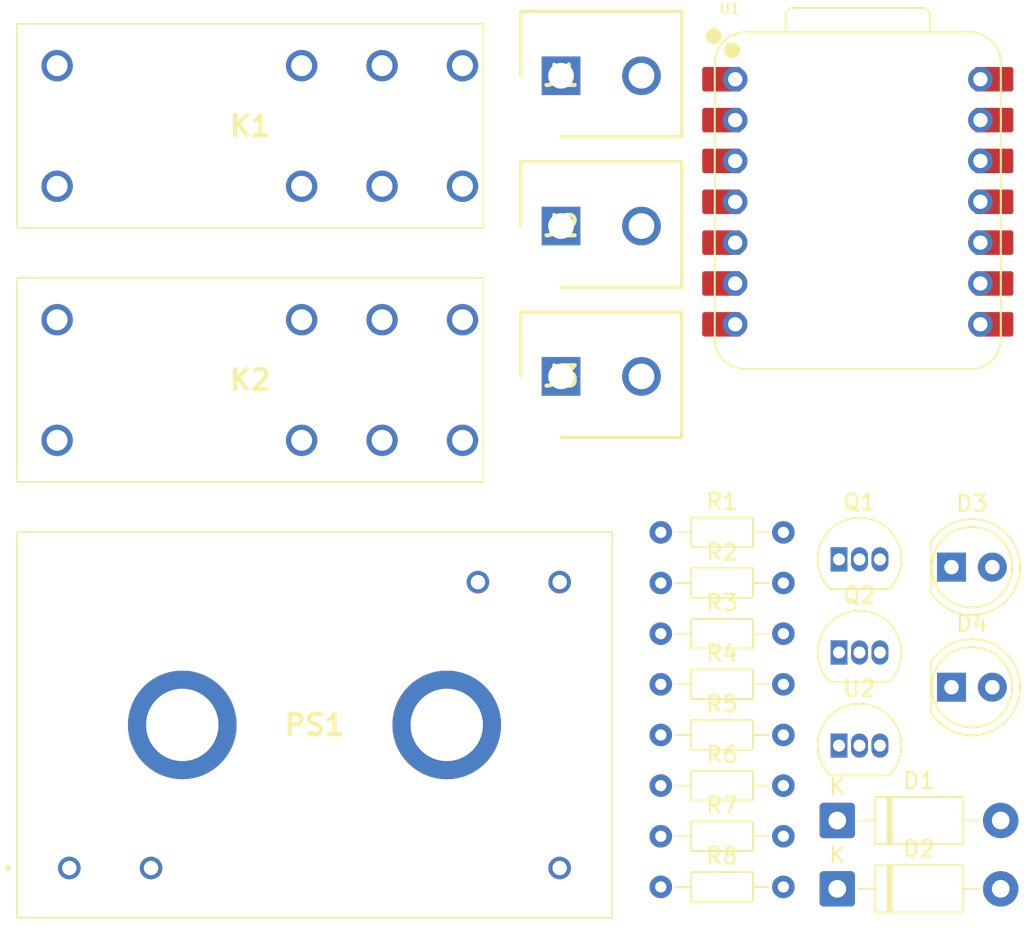
<source format=kicad_pcb>
(kicad_pcb (version 20241229) (generator "pcbnew") (generator_version "9.0")
  (layers (0 "F.Cu" signal) (2 "B.Cu" signal) (13 "F.Paste" user) (15 "B.Paste" user) (5 "F.SilkS" user "F.Silkscreen") (7 "B.SilkS" user "B.Silkscreen") (1 "F.Mask" user) (3 "B.Mask" user) (25 "Edge.Cuts" user))
  (net 0 "")
  (net 1 "Net-(D1-A)")
  (net 2 "+5V")
  (net 3 "Net-(D2-A)")
  (net 4 "Net-(D3-K)")
  (net 5 "+3V3")
  (net 6 "Net-(D4-K)")
  (net 7 "230VAC_N")
  (net 8 "230VAC_L")
  (net 26 "GND")
  (net 27 "Net-(Q1-B)")
  (net 28 "Net-(Q1-C)")
  (net 29 "Net-(Q2-B)")
  (net 30 "Net-(Q2-C)")
  (net 31 "RELAY_A_CTRL")
  (net 32 "RELAY_B_CTRL")
  (net 33 "LED_A")
  (net 34 "LED_B")
  (net 39 "TEMP_SENSOR_DATA")
  (footprint "Relpol:relpol_rm85_2011_35_1005" (layer "F.Cu") (at 46.045 50.605)
    (property "Reference" "K2" (at -8.2 -3.75 0) (layer "F.SilkS") (effects (font (size 1.27 1.27) (thickness 0.254))))
    (property "Value" "RM85-2011-35-1005" (hide yes))
    (fp_line (start -22.7 -10.1) (end 6.3 -10.1) (stroke (width 0.1)) (layer "F.SilkS"))
    (fp_line (start -22.7 2.6) (end -22.7 -10.1) (stroke (width 0.1)) (layer "F.SilkS"))
    (fp_line (start 6.3 -10.1) (end 6.3 2.6) (stroke (width 0.1)) (layer "F.SilkS"))
    (fp_line (start 6.3 2.6) (end -22.7 2.6) (stroke (width 0.1)) (layer "F.SilkS"))
    (pad "11" thru_hole circle (at 0 0) (size 1.95 1.95) (drill 1.3) (layers "*.Cu" "*.Mask"))
    (pad "12" thru_hole circle (at -5 0) (size 1.95 1.95) (drill 1.3) (layers "*.Cu" "*.Mask"))
    (pad "14" thru_hole circle (at 5 0) (size 1.95 1.95) (drill 1.3) (layers "*.Cu" "*.Mask"))
    (pad "21" thru_hole circle (at 0 -7.5) (size 1.95 1.95) (drill 1.3) (layers "*.Cu" "*.Mask"))
    (pad "22" thru_hole circle (at -5 -7.5) (size 1.95 1.95) (drill 1.3) (layers "*.Cu" "*.Mask"))
    (pad "24" thru_hole circle (at 5 -7.5) (size 1.95 1.95) (drill 1.3) (layers "*.Cu" "*.Mask"))
    (pad "A1" thru_hole circle (at -20.2 0) (size 1.95 1.95) (drill 1.3) (layers "*.Cu" "*.Mask") (net 2 "+5V"))
    (pad "A2" thru_hole circle (at -20.2 -7.5) (size 1.95 1.95) (drill 1.3) (layers "*.Cu" "*.Mask") (net 3 "Net-(D2-A)"))
  )
  (footprint "Degson Electronics:SHDR2W100P0X500_1X2_1000X780X1020P" (layer "F.Cu") (at 57.17 46.63)
    (property "Reference" "J3" (at 0 0 0) (layer "F.SilkS") (effects (font (size 1.27 1.27) (thickness 0.254))))
    (property "Value" "Screw_Terminal_01x02" (hide yes))
    (fp_line (start -2.5 -4) (end -2.5 0) (stroke (width 0.2)) (layer "F.SilkS"))
    (fp_line (start 0 3.8) (end 7.5 3.8) (stroke (width 0.2)) (layer "F.SilkS"))
    (fp_line (start 7.5 -4) (end -2.5 -4) (stroke (width 0.2)) (layer "F.SilkS"))
    (fp_line (start 7.5 3.8) (end 7.5 -4) (stroke (width 0.2)) (layer "F.SilkS"))
    (pad "1" thru_hole rect (at 0 0) (size 2.4 2.4) (drill 1.6) (layers "*.Cu" "*.Mask"))
    (pad "2" thru_hole circle (at 5 0) (size 2.4 2.4) (drill 1.6) (layers "*.Cu" "*.Mask"))
  )
  (footprint "Resistor_THT:R_Axial_DIN0204_L3.6mm_D1.6mm_P7.62mm_Horizontal" (layer "F.Cu") (at 63.37 75.23)
    (property "Reference" "R7" (at 3.81 -1.92 0) (layer "F.SilkS"))
    (property "Value" "100R")
    (fp_line (start 0.94 0) (end 1.89 0) (stroke (width 0.12)) (layer "F.SilkS"))
    (fp_line (start 6.68 0) (end 5.73 0) (stroke (width 0.12)) (layer "F.SilkS"))
    (fp_rect (start 1.89 -0.92) (end 5.73 0.92) (stroke (width 0.12)) (fill no) (layer "F.SilkS"))
    (pad "1" thru_hole circle (at 0 0) (size 1.4 1.4) (drill 0.7) (layers "*.Cu" "*.Mask") (net 4 "Net-(D3-K)"))
    (pad "2" thru_hole circle (at 7.62 0) (size 1.4 1.4) (drill 0.7) (layers "*.Cu" "*.Mask") (net 33 "LED_A"))
  )
  (footprint "Resistor_THT:R_Axial_DIN0204_L3.6mm_D1.6mm_P7.62mm_Horizontal" (layer "F.Cu") (at 63.37 65.78)
    (property "Reference" "R4" (at 3.81 -1.92 0) (layer "F.SilkS"))
    (property "Value" "1K")
    (fp_line (start 0.94 0) (end 1.89 0) (stroke (width 0.12)) (layer "F.SilkS"))
    (fp_line (start 6.68 0) (end 5.73 0) (stroke (width 0.12)) (layer "F.SilkS"))
    (fp_rect (start 1.89 -0.92) (end 5.73 0.92) (stroke (width 0.12)) (fill no) (layer "F.SilkS"))
    (pad "1" thru_hole circle (at 0 0) (size 1.4 1.4) (drill 0.7) (layers "*.Cu" "*.Mask") (net 27 "Net-(Q1-B)"))
    (pad "2" thru_hole circle (at 7.62 0) (size 1.4 1.4) (drill 0.7) (layers "*.Cu" "*.Mask") (net 31 "RELAY_A_CTRL"))
  )
  (footprint "Resistor_THT:R_Axial_DIN0204_L3.6mm_D1.6mm_P7.62mm_Horizontal" (layer "F.Cu") (at 63.37 59.48)
    (property "Reference" "R2" (at 3.81 -1.92 0) (layer "F.SilkS"))
    (property "Value" "47K")
    (fp_line (start 0.94 0) (end 1.89 0) (stroke (width 0.12)) (layer "F.SilkS"))
    (fp_line (start 6.68 0) (end 5.73 0) (stroke (width 0.12)) (layer "F.SilkS"))
    (fp_rect (start 1.89 -0.92) (end 5.73 0.92) (stroke (width 0.12)) (fill no) (layer "F.SilkS"))
    (pad "1" thru_hole circle (at 0 0) (size 1.4 1.4) (drill 0.7) (layers "*.Cu" "*.Mask") (net 31 "RELAY_A_CTRL"))
    (pad "2" thru_hole circle (at 7.62 0) (size 1.4 1.4) (drill 0.7) (layers "*.Cu" "*.Mask") (net 26 "GND"))
  )
  (footprint "Resistor_THT:R_Axial_DIN0204_L3.6mm_D1.6mm_P7.62mm_Horizontal" (layer "F.Cu") (at 63.37 78.38)
    (property "Reference" "R8" (at 3.81 -1.92 0) (layer "F.SilkS"))
    (property "Value" "100R")
    (fp_line (start 0.94 0) (end 1.89 0) (stroke (width 0.12)) (layer "F.SilkS"))
    (fp_line (start 6.68 0) (end 5.73 0) (stroke (width 0.12)) (layer "F.SilkS"))
    (fp_rect (start 1.89 -0.92) (end 5.73 0.92) (stroke (width 0.12)) (fill no) (layer "F.SilkS"))
    (pad "1" thru_hole circle (at 0 0) (size 1.4 1.4) (drill 0.7) (layers "*.Cu" "*.Mask") (net 6 "Net-(D4-K)"))
    (pad "2" thru_hole circle (at 7.62 0) (size 1.4 1.4) (drill 0.7) (layers "*.Cu" "*.Mask") (net 34 "LED_B"))
  )
  (footprint "Package_TO_SOT_THT:TO-92_Inline" (layer "F.Cu") (at 74.45 69.59)
    (property "Reference" "U2" (at 1.27 -3.56 0) (layer "F.SilkS"))
    (property "Value" "DS18B20")
    (fp_line (start -0.53 1.85) (end 3.07 1.85) (stroke (width 0.12)) (layer "F.SilkS"))
    (fp_arc (start -0.568478 1.838478) (mid -1.132087 -0.994977) (end 1.27 -2.6) (stroke (width 0.12)) (layer "F.SilkS"))
    (fp_arc (start 1.27 -2.6) (mid 3.672087 -0.994977) (end 3.108478 1.838478) (stroke (width 0.12)) (layer "F.SilkS"))
    (pad "1" thru_hole rect (at 0 0) (size 1.05 1.5) (drill 0.75) (layers "*.Cu" "*.Mask") (net 26 "GND"))
    (pad "2" thru_hole oval (at 1.27 0) (size 1.05 1.5) (drill 0.75) (layers "*.Cu" "*.Mask") (net 39 "TEMP_SENSOR_DATA"))
    (pad "3" thru_hole oval (at 2.54 0) (size 1.05 1.5) (drill 0.75) (layers "*.Cu" "*.Mask") (net 5 "+3V3"))
  )
  (footprint "Degson Electronics:SHDR2W100P0X500_1X2_1000X780X1020P" (layer "F.Cu") (at 57.17 27.93)
    (property "Reference" "J1" (at 0 0 0) (layer "F.SilkS") (effects (font (size 1.27 1.27) (thickness 0.254))))
    (property "Value" "Screw_Terminal_01x02" (hide yes))
    (fp_line (start -2.5 -4) (end -2.5 0) (stroke (width 0.2)) (layer "F.SilkS"))
    (fp_line (start 0 3.8) (end 7.5 3.8) (stroke (width 0.2)) (layer "F.SilkS"))
    (fp_line (start 7.5 -4) (end -2.5 -4) (stroke (width 0.2)) (layer "F.SilkS"))
    (fp_line (start 7.5 3.8) (end 7.5 -4) (stroke (width 0.2)) (layer "F.SilkS"))
    (pad "1" thru_hole rect (at 0 0) (size 2.4 2.4) (drill 1.6) (layers "*.Cu" "*.Mask") (net 8 "230VAC_L"))
    (pad "2" thru_hole circle (at 5 0) (size 2.4 2.4) (drill 1.6) (layers "*.Cu" "*.Mask") (net 7 "230VAC_N"))
  )
  (footprint "Mean Well:IRM0312" (layer "F.Cu") (at 26.605 77.205)
    (property "Reference" "PS1" (at 15.24 -8.9 0) (layer "F.SilkS") (effects (font (size 1.27 1.27) (thickness 0.254))))
    (property "Value" "IRM-03-5" (hide yes))
    (fp_line (start -3.8 -0.1) (end -3.8 -0.1) (stroke (width 0.2)) (layer "F.SilkS"))
    (fp_line (start -3.8 0.1) (end -3.8 0.1) (stroke (width 0.2)) (layer "F.SilkS"))
    (fp_line (start -3.26 -20.9) (end -3.26 3.1) (stroke (width 0.1)) (layer "F.SilkS"))
    (fp_line (start -3.26 3.1) (end 33.74 3.1) (stroke (width 0.1)) (layer "F.SilkS"))
    (fp_line (start 33.74 -20.9) (end -3.26 -20.9) (stroke (width 0.1)) (layer "F.SilkS"))
    (fp_line (start 33.74 3.1) (end 33.74 -20.9) (stroke (width 0.1)) (layer "F.SilkS"))
    (fp_arc (start -3.8 -0.1) (mid -3.7 0) (end -3.8 0.1) (stroke (width 0.2)) (layer "F.SilkS"))
    (fp_arc (start -3.8 0.1) (mid -3.9 0) (end -3.8 -0.1) (stroke (width 0.2)) (layer "F.SilkS"))
    (pad "1" thru_hole circle (at 0 0) (size 1.4 1.4) (drill 0.9) (layers "*.Cu" "*.Mask") (net 8 "230VAC_L"))
    (pad "2" thru_hole circle (at 5.08 0) (size 1.4 1.4) (drill 0.9) (layers "*.Cu" "*.Mask") (net 7 "230VAC_N"))
    (pad "3" thru_hole circle (at 30.48 0) (size 1.4 1.4) (drill 0.9) (layers "*.Cu" "*.Mask"))
    (pad "4" thru_hole circle (at 30.48 -17.78) (size 1.4 1.4) (drill 0.9) (layers "*.Cu" "*.Mask") (net 26 "GND"))
    (pad "5" thru_hole circle (at 25.4 -17.78) (size 1.4 1.4) (drill 0.9) (layers "*.Cu" "*.Mask") (net 2 "+5V"))
    (pad "6" thru_hole circle (at 7.02 -8.9) (size 6.75 6.75) (drill 4.5) (layers "*.Cu" "*.Mask"))
    (pad "7" thru_hole circle (at 23.46 -8.9) (size 6.75 6.75) (drill 4.5) (layers "*.Cu" "*.Mask"))
  )
  (footprint "LED_THT:LED_D5.0mm" (layer "F.Cu") (at 81.44 58.49)
    (property "Reference" "D3" (at 1.27 -3.96 0) (layer "F.SilkS"))
    (property "Value" "LED")
    (fp_line (start -1.29 -1.545) (end -1.29 1.545) (stroke (width 0.12)) (layer "F.SilkS"))
    (fp_arc (start -1.29 -1.54483) (mid 2.071779 -2.880495) (end 4.26 0) (stroke (width 0.12)) (layer "F.SilkS"))
    (fp_arc (start 4.26 0) (mid 2.071779 2.880495) (end -1.29 1.54483) (stroke (width 0.12)) (layer "F.SilkS"))
    (fp_circle (center 1.27 0) (end 3.77 0) (stroke (width 0.12)) (fill no) (layer "F.SilkS"))
    (pad "1" thru_hole rect (at 0 0) (size 1.8 1.8) (drill 0.9) (layers "*.Cu" "*.Mask") (net 4 "Net-(D3-K)"))
    (pad "2" thru_hole circle (at 2.54 0) (size 1.8 1.8) (drill 0.9) (layers "*.Cu" "*.Mask") (net 5 "+3V3"))
  )
  (footprint "Resistor_THT:R_Axial_DIN0204_L3.6mm_D1.6mm_P7.62mm_Horizontal" (layer "F.Cu") (at 63.37 56.33)
    (property "Reference" "R1" (at 3.81 -1.92 0) (layer "F.SilkS"))
    (property "Value" "100R")
    (fp_line (start 0.94 0) (end 1.89 0) (stroke (width 0.12)) (layer "F.SilkS"))
    (fp_line (start 6.68 0) (end 5.73 0) (stroke (width 0.12)) (layer "F.SilkS"))
    (fp_rect (start 1.89 -0.92) (end 5.73 0.92) (stroke (width 0.12)) (fill no) (layer "F.SilkS"))
    (pad "1" thru_hole circle (at 0 0) (size 1.4 1.4) (drill 0.7) (layers "*.Cu" "*.Mask") (net 1 "Net-(D1-A)"))
    (pad "2" thru_hole circle (at 7.62 0) (size 1.4 1.4) (drill 0.7) (layers "*.Cu" "*.Mask") (net 28 "Net-(Q1-C)"))
  )
  (footprint "Seeed Studio:seeed_studio_xiao_esp32c6_dip" (layer "F.Cu") (at 75.661 35.7695)
    (property "Reference" "U1" (at -8 -12 0) (layer "F.SilkS") (effects (font (size 0.635 0.635) (thickness 0.1016))))
    (property "Value" "XIAO-ESP32-C6")
    (fp_line (start -8.935 8.509) (end -8.935 -8.636) (stroke (width 0.127)) (layer "F.SilkS"))
    (fp_line (start -7.03 10.414) (end 6.94 10.414) (stroke (width 0.127)) (layer "F.SilkS"))
    (fp_line (start -4.54 -10.541) (end -4.536272 -11.551272) (stroke (width 0.127)) (layer "F.SilkS"))
    (fp_line (start -4.036272 -12.051) (end 3.959 -12.051) (stroke (width 0.127)) (layer "F.SilkS"))
    (fp_line (start 4.459 -11.551) (end 4.459 -10.541) (stroke (width 0.127)) (layer "F.SilkS"))
    (fp_line (start 6.94 -10.541) (end -7.03 -10.541) (stroke (width 0.1)) (layer "F.SilkS"))
    (fp_line (start 6.94 -10.541) (end -7.03 -10.541) (stroke (width 0.127)) (layer "F.SilkS"))
    (fp_line (start 8.845 8.509) (end 8.845 -8.636) (stroke (width 0.127)) (layer "F.SilkS"))
    (fp_arc (start -8.935 -8.636) (mid -8.377038 -9.983038) (end -7.03 -10.541) (stroke (width 0.127)) (layer "F.SilkS"))
    (fp_arc (start -7.03 10.414) (mid -8.377038 9.856038) (end -8.935 8.509) (stroke (width 0.127)) (layer "F.SilkS"))
    (fp_arc (start -4.536272 -11.551272) (mid -4.389728 -11.90464) (end -4.036272 -12.051) (stroke (width 0.127)) (layer "F.SilkS"))
    (fp_arc (start 3.959 -12.051) (mid 4.312553 -11.904553) (end 4.459 -11.551) (stroke (width 0.127)) (layer "F.SilkS"))
    (fp_arc (start 6.94 -10.541) (mid 8.287038 -9.983038) (end 8.845 -8.636) (stroke (width 0.127)) (layer "F.SilkS"))
    (fp_arc (start 8.845 8.509) (mid 8.287038 9.856038) (end 6.94 10.414) (stroke (width 0.127)) (layer "F.SilkS"))
    (fp_circle (center -8.995 -10.3) (end -8.995 -10.554) (stroke (width 0.5)) (fill yes) (layer "F.SilkS"))
    (fp_circle (center -7.852 -9.42) (end -7.852 -9.674) (stroke (width 0.5)) (fill yes) (layer "F.SilkS"))
    (pad "1" smd roundrect (at -8.5 -7.62 180) (size 2.432 1.524) (layers "F.Cu" "F.Mask") (roundrect_rratio 0.1) (net 31 "RELAY_A_CTRL"))
    (pad "1" thru_hole circle (at -7.665 -7.62 180) (size 1.524 1.524) (drill 0.889) (layers "*.Cu" "*.Mask") (net 31 "RELAY_A_CTRL"))
    (pad "2" smd roundrect (at -8.5 -5.08 180) (size 2.432 1.524) (layers "F.Cu" "F.Mask") (roundrect_rratio 0.1) (net 32 "RELAY_B_CTRL"))
    (pad "2" thru_hole circle (at -7.665 -5.08 180) (size 1.524 1.524) (drill 0.889) (layers "*.Cu" "*.Mask") (net 32 "RELAY_B_CTRL"))
    (pad "3" smd roundrect (at -8.5 -2.54 180) (size 2.432 1.524) (layers "F.Cu" "F.Mask") (roundrect_rratio 0.1) (net 33 "LED_A"))
    (pad "3" thru_hole circle (at -7.665 -2.54 180) (size 1.524 1.524) (drill 0.889) (layers "*.Cu" "*.Mask") (net 33 "LED_A"))
    (pad "4" smd roundrect (at -8.5 0 180) (size 2.432 1.524) (layers "F.Cu" "F.Mask") (roundrect_rratio 0.1) (net 34 "LED_B"))
    (pad "4" thru_hole circle (at -7.665 0 180) (size 1.524 1.524) (drill 0.889) (layers "*.Cu" "*.Mask") (net 34 "LED_B"))
    (pad "5" smd roundrect (at -8.5 2.54 180) (size 2.432 1.524) (layers "F.Cu" "F.Mask") (roundrect_rratio 0.1) (net 39 "TEMP_SENSOR_DATA"))
    (pad "5" thru_hole circle (at -7.665 2.54 180) (size 1.524 1.524) (drill 0.889) (layers "*.Cu" "*.Mask") (net 39 "TEMP_SENSOR_DATA"))
    (pad "6" smd roundrect (at -8.5 5.08 180) (size 2.432 1.524) (layers "F.Cu" "F.Mask") (roundrect_rratio 0.1))
    (pad "6" thru_hole circle (at -7.665 5.08 180) (size 1.524 1.524) (drill 0.889) (layers "*.Cu" "*.Mask"))
    (pad "7" smd roundrect (at -8.5 7.62 180) (size 2.432 1.524) (layers "F.Cu" "F.Mask") (roundrect_rratio 0.1))
    (pad "7" thru_hole circle (at -7.665 7.62 180) (size 1.524 1.524) (drill 0.889) (layers "*.Cu" "*.Mask"))
    (pad "8" thru_hole circle (at 7.575 7.62) (size 1.524 1.524) (drill 0.889) (layers "*.Cu" "*.Mask"))
    (pad "8" smd roundrect (at 8.41 7.62) (size 2.432 1.524) (layers "F.Cu" "F.Mask") (roundrect_rratio 0.1))
    (pad "9" thru_hole circle (at 7.575 5.08) (size 1.524 1.524) (drill 0.889) (layers "*.Cu" "*.Mask"))
    (pad "9" smd roundrect (at 8.41 5.08) (size 2.432 1.524) (layers "F.Cu" "F.Mask") (roundrect_rratio 0.1))
    (pad "10" thru_hole circle (at 7.575 2.54) (size 1.524 1.524) (drill 0.889) (layers "*.Cu" "*.Mask"))
    (pad "10" smd roundrect (at 8.41 2.54) (size 2.432 1.524) (layers "F.Cu" "F.Mask") (roundrect_rratio 0.1))
    (pad "11" thru_hole circle (at 7.575 0) (size 1.524 1.524) (drill 0.889) (layers "*.Cu" "*.Mask"))
    (pad "11" smd roundrect (at 8.41 0) (size 2.432 1.524) (layers "F.Cu" "F.Mask") (roundrect_rratio 0.1))
    (pad "12" thru_hole circle (at 7.575 -2.54) (size 1.524 1.524) (drill 0.889) (layers "*.Cu" "*.Mask") (net 5 "+3V3"))
    (pad "12" smd roundrect (at 8.41 -2.54) (size 2.432 1.524) (layers "F.Cu" "F.Mask") (roundrect_rratio 0.1) (net 5 "+3V3"))
    (pad "13" thru_hole circle (at 7.575 -5.08) (size 1.524 1.524) (drill 0.889) (layers "*.Cu" "*.Mask") (net 26 "GND"))
    (pad "13" smd roundrect (at 8.41 -5.08) (size 2.432 1.524) (layers "F.Cu" "F.Mask") (roundrect_rratio 0.1) (net 26 "GND"))
    (pad "14" thru_hole circle (at 7.575 -7.62) (size 1.524 1.524) (drill 0.889) (layers "*.Cu" "*.Mask") (net 2 "+5V"))
    (pad "14" smd roundrect (at 8.41 -7.62) (size 2.432 1.524) (layers "F.Cu" "F.Mask") (roundrect_rratio 0.1) (net 2 "+5V"))
  )
  (footprint "Diode_THT:D_DO-41_SOD81_P10.16mm_Horizontal" (layer "F.Cu") (at 74.34 78.5)
    (property "Reference" "D2" (at 5.08 -2.47 0) (layer "F.SilkS"))
    (property "Value" "1N4001")
    (fp_line (start 1.34 0) (end 2.36 0) (stroke (width 0.12)) (layer "F.SilkS"))
    (fp_line (start 3.14 -1.47) (end 3.14 1.47) (stroke (width 0.12)) (layer "F.SilkS"))
    (fp_line (start 3.26 -1.47) (end 3.26 1.47) (stroke (width 0.12)) (layer "F.SilkS"))
    (fp_line (start 3.38 -1.47) (end 3.38 1.47) (stroke (width 0.12)) (layer "F.SilkS"))
    (fp_line (start 8.82 0) (end 7.8 0) (stroke (width 0.12)) (layer "F.SilkS"))
    (fp_rect (start 2.36 -1.47) (end 7.8 1.47) (stroke (width 0.12)) (fill no) (layer "F.SilkS"))
    (fp_text user "K" (at 0 -2.1 0) (layer "F.SilkS"))
    (pad "1" thru_hole roundrect (at 0 0) (size 2.2 2.2) (drill 1.1) (layers "*.Cu" "*.Mask") (roundrect_rratio 0.113636) (net 2 "+5V"))
    (pad "2" thru_hole circle (at 10.16 0) (size 2.2 2.2) (drill 1.1) (layers "*.Cu" "*.Mask") (net 3 "Net-(D2-A)"))
  )
  (footprint "Resistor_THT:R_Axial_DIN0204_L3.6mm_D1.6mm_P7.62mm_Horizontal" (layer "F.Cu") (at 63.37 62.63)
    (property "Reference" "R3" (at 3.81 -1.92 0) (layer "F.SilkS"))
    (property "Value" "100R")
    (fp_line (start 0.94 0) (end 1.89 0) (stroke (width 0.12)) (layer "F.SilkS"))
    (fp_line (start 6.68 0) (end 5.73 0) (stroke (width 0.12)) (layer "F.SilkS"))
    (fp_rect (start 1.89 -0.92) (end 5.73 0.92) (stroke (width 0.12)) (fill no) (layer "F.SilkS"))
    (pad "1" thru_hole circle (at 0 0) (size 1.4 1.4) (drill 0.7) (layers "*.Cu" "*.Mask") (net 3 "Net-(D2-A)"))
    (pad "2" thru_hole circle (at 7.62 0) (size 1.4 1.4) (drill 0.7) (layers "*.Cu" "*.Mask") (net 30 "Net-(Q2-C)"))
  )
  (footprint "Degson Electronics:SHDR2W100P0X500_1X2_1000X780X1020P" (layer "F.Cu") (at 57.17 37.28)
    (property "Reference" "J2" (at 0 0 0) (layer "F.SilkS") (effects (font (size 1.27 1.27) (thickness 0.254))))
    (property "Value" "Screw_Terminal_01x02" (hide yes))
    (fp_line (start -2.5 -4) (end -2.5 0) (stroke (width 0.2)) (layer "F.SilkS"))
    (fp_line (start 0 3.8) (end 7.5 3.8) (stroke (width 0.2)) (layer "F.SilkS"))
    (fp_line (start 7.5 -4) (end -2.5 -4) (stroke (width 0.2)) (layer "F.SilkS"))
    (fp_line (start 7.5 3.8) (end 7.5 -4) (stroke (width 0.2)) (layer "F.SilkS"))
    (pad "1" thru_hole rect (at 0 0) (size 2.4 2.4) (drill 1.6) (layers "*.Cu" "*.Mask"))
    (pad "2" thru_hole circle (at 5 0) (size 2.4 2.4) (drill 1.6) (layers "*.Cu" "*.Mask"))
  )
  (footprint "Package_TO_SOT_THT:TO-92_Inline" (layer "F.Cu") (at 74.45 58.01)
    (property "Reference" "Q1" (at 1.27 -3.56 0) (layer "F.SilkS"))
    (property "Value" "BC337")
    (fp_line (start -0.53 1.85) (end 3.07 1.85) (stroke (width 0.12)) (layer "F.SilkS"))
    (fp_arc (start -0.568478 1.838478) (mid -1.132087 -0.994977) (end 1.27 -2.6) (stroke (width 0.12)) (layer "F.SilkS"))
    (fp_arc (start 1.27 -2.6) (mid 3.672087 -0.994977) (end 3.108478 1.838478) (stroke (width 0.12)) (layer "F.SilkS"))
    (pad "1" thru_hole rect (at 0 0) (size 1.05 1.5) (drill 0.75) (layers "*.Cu" "*.Mask") (net 28 "Net-(Q1-C)"))
    (pad "2" thru_hole oval (at 1.27 0) (size 1.05 1.5) (drill 0.75) (layers "*.Cu" "*.Mask") (net 27 "Net-(Q1-B)"))
    (pad "3" thru_hole oval (at 2.54 0) (size 1.05 1.5) (drill 0.75) (layers "*.Cu" "*.Mask") (net 26 "GND"))
  )
  (footprint "Relpol:relpol_rm85_2011_35_1005" (layer "F.Cu") (at 46.045 34.805)
    (property "Reference" "K1" (at -8.2 -3.75 0) (layer "F.SilkS") (effects (font (size 1.27 1.27) (thickness 0.254))))
    (property "Value" "RM85-2011-35-1005" (hide yes))
    (fp_line (start -22.7 -10.1) (end 6.3 -10.1) (stroke (width 0.1)) (layer "F.SilkS"))
    (fp_line (start -22.7 2.6) (end -22.7 -10.1) (stroke (width 0.1)) (layer "F.SilkS"))
    (fp_line (start 6.3 -10.1) (end 6.3 2.6) (stroke (width 0.1)) (layer "F.SilkS"))
    (fp_line (start 6.3 2.6) (end -22.7 2.6) (stroke (width 0.1)) (layer "F.SilkS"))
    (pad "11" thru_hole circle (at 0 0) (size 1.95 1.95) (drill 1.3) (layers "*.Cu" "*.Mask"))
    (pad "12" thru_hole circle (at -5 0) (size 1.95 1.95) (drill 1.3) (layers "*.Cu" "*.Mask"))
    (pad "14" thru_hole circle (at 5 0) (size 1.95 1.95) (drill 1.3) (layers "*.Cu" "*.Mask"))
    (pad "21" thru_hole circle (at 0 -7.5) (size 1.95 1.95) (drill 1.3) (layers "*.Cu" "*.Mask"))
    (pad "22" thru_hole circle (at -5 -7.5) (size 1.95 1.95) (drill 1.3) (layers "*.Cu" "*.Mask"))
    (pad "24" thru_hole circle (at 5 -7.5) (size 1.95 1.95) (drill 1.3) (layers "*.Cu" "*.Mask"))
    (pad "A1" thru_hole circle (at -20.2 0) (size 1.95 1.95) (drill 1.3) (layers "*.Cu" "*.Mask") (net 2 "+5V"))
    (pad "A2" thru_hole circle (at -20.2 -7.5) (size 1.95 1.95) (drill 1.3) (layers "*.Cu" "*.Mask") (net 1 "Net-(D1-A)"))
  )
  (footprint "Diode_THT:D_DO-41_SOD81_P10.16mm_Horizontal" (layer "F.Cu") (at 74.34 74.25)
    (property "Reference" "D1" (at 5.08 -2.47 0) (layer "F.SilkS"))
    (property "Value" "1N4001")
    (fp_line (start 1.34 0) (end 2.36 0) (stroke (width 0.12)) (layer "F.SilkS"))
    (fp_line (start 3.14 -1.47) (end 3.14 1.47) (stroke (width 0.12)) (layer "F.SilkS"))
    (fp_line (start 3.26 -1.47) (end 3.26 1.47) (stroke (width 0.12)) (layer "F.SilkS"))
    (fp_line (start 3.38 -1.47) (end 3.38 1.47) (stroke (width 0.12)) (layer "F.SilkS"))
    (fp_line (start 8.82 0) (end 7.8 0) (stroke (width 0.12)) (layer "F.SilkS"))
    (fp_rect (start 2.36 -1.47) (end 7.8 1.47) (stroke (width 0.12)) (fill no) (layer "F.SilkS"))
    (fp_text user "K" (at 0 -2.1 0) (layer "F.SilkS"))
    (pad "1" thru_hole roundrect (at 0 0) (size 2.2 2.2) (drill 1.1) (layers "*.Cu" "*.Mask") (roundrect_rratio 0.113636) (net 2 "+5V"))
    (pad "2" thru_hole circle (at 10.16 0) (size 2.2 2.2) (drill 1.1) (layers "*.Cu" "*.Mask") (net 1 "Net-(D1-A)"))
  )
  (footprint "Resistor_THT:R_Axial_DIN0204_L3.6mm_D1.6mm_P7.62mm_Horizontal" (layer "F.Cu") (at 63.37 72.08)
    (property "Reference" "R6" (at 3.81 -1.92 0) (layer "F.SilkS"))
    (property "Value" "47K")
    (fp_line (start 0.94 0) (end 1.89 0) (stroke (width 0.12)) (layer "F.SilkS"))
    (fp_line (start 6.68 0) (end 5.73 0) (stroke (width 0.12)) (layer "F.SilkS"))
    (fp_rect (start 1.89 -0.92) (end 5.73 0.92) (stroke (width 0.12)) (fill no) (layer "F.SilkS"))
    (pad "1" thru_hole circle (at 0 0) (size 1.4 1.4) (drill 0.7) (layers "*.Cu" "*.Mask") (net 32 "RELAY_B_CTRL"))
    (pad "2" thru_hole circle (at 7.62 0) (size 1.4 1.4) (drill 0.7) (layers "*.Cu" "*.Mask") (net 26 "GND"))
  )
  (footprint "Package_TO_SOT_THT:TO-92_Inline" (layer "F.Cu") (at 74.45 63.8)
    (property "Reference" "Q2" (at 1.27 -3.56 0) (layer "F.SilkS"))
    (property "Value" "BC337")
    (fp_line (start -0.53 1.85) (end 3.07 1.85) (stroke (width 0.12)) (layer "F.SilkS"))
    (fp_arc (start -0.568478 1.838478) (mid -1.132087 -0.994977) (end 1.27 -2.6) (stroke (width 0.12)) (layer "F.SilkS"))
    (fp_arc (start 1.27 -2.6) (mid 3.672087 -0.994977) (end 3.108478 1.838478) (stroke (width 0.12)) (layer "F.SilkS"))
    (pad "1" thru_hole rect (at 0 0) (size 1.05 1.5) (drill 0.75) (layers "*.Cu" "*.Mask") (net 30 "Net-(Q2-C)"))
    (pad "2" thru_hole oval (at 1.27 0) (size 1.05 1.5) (drill 0.75) (layers "*.Cu" "*.Mask") (net 29 "Net-(Q2-B)"))
    (pad "3" thru_hole oval (at 2.54 0) (size 1.05 1.5) (drill 0.75) (layers "*.Cu" "*.Mask") (net 26 "GND"))
  )
  (footprint "Resistor_THT:R_Axial_DIN0204_L3.6mm_D1.6mm_P7.62mm_Horizontal" (layer "F.Cu") (at 63.37 68.93)
    (property "Reference" "R5" (at 3.81 -1.92 0) (layer "F.SilkS"))
    (property "Value" "1K")
    (fp_line (start 0.94 0) (end 1.89 0) (stroke (width 0.12)) (layer "F.SilkS"))
    (fp_line (start 6.68 0) (end 5.73 0) (stroke (width 0.12)) (layer "F.SilkS"))
    (fp_rect (start 1.89 -0.92) (end 5.73 0.92) (stroke (width 0.12)) (fill no) (layer "F.SilkS"))
    (pad "1" thru_hole circle (at 0 0) (size 1.4 1.4) (drill 0.7) (layers "*.Cu" "*.Mask") (net 29 "Net-(Q2-B)"))
    (pad "2" thru_hole circle (at 7.62 0) (size 1.4 1.4) (drill 0.7) (layers "*.Cu" "*.Mask") (net 32 "RELAY_B_CTRL"))
  )
  (footprint "LED_THT:LED_D5.0mm" (layer "F.Cu") (at 81.44 65.96)
    (property "Reference" "D4" (at 1.27 -3.96 0) (layer "F.SilkS"))
    (property "Value" "LED")
    (fp_line (start -1.29 -1.545) (end -1.29 1.545) (stroke (width 0.12)) (layer "F.SilkS"))
    (fp_arc (start -1.29 -1.54483) (mid 2.071779 -2.880495) (end 4.26 0) (stroke (width 0.12)) (layer "F.SilkS"))
    (fp_arc (start 4.26 0) (mid 2.071779 2.880495) (end -1.29 1.54483) (stroke (width 0.12)) (layer "F.SilkS"))
    (fp_circle (center 1.27 0) (end 3.77 0) (stroke (width 0.12)) (fill no) (layer "F.SilkS"))
    (pad "1" thru_hole rect (at 0 0) (size 1.8 1.8) (drill 0.9) (layers "*.Cu" "*.Mask") (net 6 "Net-(D4-K)"))
    (pad "2" thru_hole circle (at 2.54 0) (size 1.8 1.8) (drill 0.9) (layers "*.Cu" "*.Mask") (net 5 "+3V3"))
  )
)
</source>
